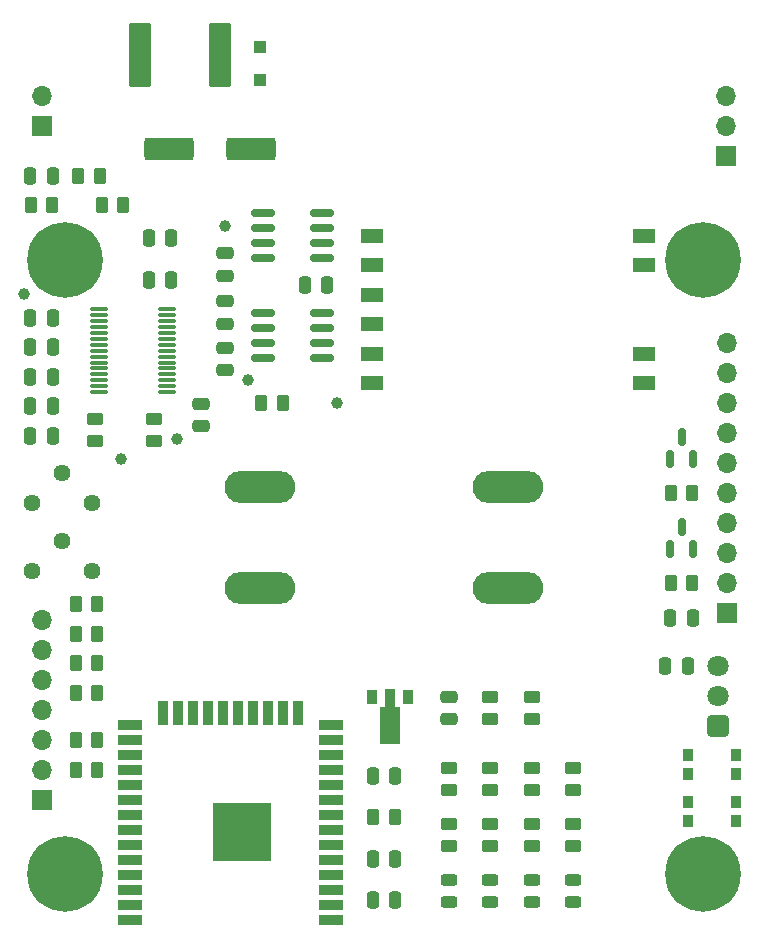
<source format=gbr>
%TF.GenerationSoftware,KiCad,Pcbnew,(6.0.0-0)*%
%TF.CreationDate,2022-04-04T00:03:28-05:00*%
%TF.ProjectId,SmartNeonPSU,536d6172-744e-4656-9f6e-5053552e6b69,rev?*%
%TF.SameCoordinates,Original*%
%TF.FileFunction,Soldermask,Top*%
%TF.FilePolarity,Negative*%
%FSLAX46Y46*%
G04 Gerber Fmt 4.6, Leading zero omitted, Abs format (unit mm)*
G04 Created by KiCad (PCBNEW (6.0.0-0)) date 2022-04-04 00:03:28*
%MOMM*%
%LPD*%
G01*
G04 APERTURE LIST*
G04 Aperture macros list*
%AMRoundRect*
0 Rectangle with rounded corners*
0 $1 Rounding radius*
0 $2 $3 $4 $5 $6 $7 $8 $9 X,Y pos of 4 corners*
0 Add a 4 corners polygon primitive as box body*
4,1,4,$2,$3,$4,$5,$6,$7,$8,$9,$2,$3,0*
0 Add four circle primitives for the rounded corners*
1,1,$1+$1,$2,$3*
1,1,$1+$1,$4,$5*
1,1,$1+$1,$6,$7*
1,1,$1+$1,$8,$9*
0 Add four rect primitives between the rounded corners*
20,1,$1+$1,$2,$3,$4,$5,0*
20,1,$1+$1,$4,$5,$6,$7,0*
20,1,$1+$1,$6,$7,$8,$9,0*
20,1,$1+$1,$8,$9,$2,$3,0*%
%AMFreePoly0*
4,1,9,3.862500,-0.866500,0.737500,-0.866500,0.737500,-0.450000,-0.737500,-0.450000,-0.737500,0.450000,0.737500,0.450000,0.737500,0.866500,3.862500,0.866500,3.862500,-0.866500,3.862500,-0.866500,$1*%
G04 Aperture macros list end*
%ADD10RoundRect,0.250000X-0.262500X-0.450000X0.262500X-0.450000X0.262500X0.450000X-0.262500X0.450000X0*%
%ADD11RoundRect,0.250000X-0.450000X0.262500X-0.450000X-0.262500X0.450000X-0.262500X0.450000X0.262500X0*%
%ADD12C,0.800000*%
%ADD13C,6.400000*%
%ADD14RoundRect,0.075000X-0.662500X-0.075000X0.662500X-0.075000X0.662500X0.075000X-0.662500X0.075000X0*%
%ADD15R,0.900000X1.000000*%
%ADD16RoundRect,0.250000X0.262500X0.450000X-0.262500X0.450000X-0.262500X-0.450000X0.262500X-0.450000X0*%
%ADD17RoundRect,0.150000X0.150000X-0.587500X0.150000X0.587500X-0.150000X0.587500X-0.150000X-0.587500X0*%
%ADD18R,0.900000X1.300000*%
%ADD19FreePoly0,270.000000*%
%ADD20RoundRect,0.250000X-0.475000X0.250000X-0.475000X-0.250000X0.475000X-0.250000X0.475000X0.250000X0*%
%ADD21RoundRect,0.250000X0.250000X0.475000X-0.250000X0.475000X-0.250000X-0.475000X0.250000X-0.475000X0*%
%ADD22O,6.000000X2.700000*%
%ADD23C,1.000000*%
%ADD24RoundRect,0.150000X-0.825000X-0.150000X0.825000X-0.150000X0.825000X0.150000X-0.825000X0.150000X0*%
%ADD25RoundRect,0.250200X0.649800X-0.649800X0.649800X0.649800X-0.649800X0.649800X-0.649800X-0.649800X0*%
%ADD26C,1.800000*%
%ADD27RoundRect,0.250000X-0.250000X-0.475000X0.250000X-0.475000X0.250000X0.475000X-0.250000X0.475000X0*%
%ADD28RoundRect,0.243750X0.456250X-0.243750X0.456250X0.243750X-0.456250X0.243750X-0.456250X-0.243750X0*%
%ADD29RoundRect,0.250000X0.450000X-0.262500X0.450000X0.262500X-0.450000X0.262500X-0.450000X-0.262500X0*%
%ADD30C,1.440000*%
%ADD31R,1.700000X1.700000*%
%ADD32O,1.700000X1.700000*%
%ADD33R,1.910000X1.270000*%
%ADD34RoundRect,0.250000X0.712500X2.475000X-0.712500X2.475000X-0.712500X-2.475000X0.712500X-2.475000X0*%
%ADD35RoundRect,0.250000X0.475000X-0.250000X0.475000X0.250000X-0.475000X0.250000X-0.475000X-0.250000X0*%
%ADD36R,2.000000X0.900000*%
%ADD37R,0.900000X2.000000*%
%ADD38R,5.000000X5.000000*%
%ADD39R,1.100000X1.100000*%
%ADD40RoundRect,0.250000X1.825000X0.700000X-1.825000X0.700000X-1.825000X-0.700000X1.825000X-0.700000X0*%
G04 APERTURE END LIST*
D10*
%TO.C,R23*%
X139587500Y-90450000D03*
X141412500Y-90450000D03*
%TD*%
D11*
%TO.C,R4*%
X159000000Y-115337500D03*
X159000000Y-117162500D03*
%TD*%
D12*
%TO.C,H4*%
X175302944Y-76602944D03*
X178697056Y-79997056D03*
X178697056Y-76602944D03*
X179400000Y-78300000D03*
X175302944Y-79997056D03*
X177000000Y-80700000D03*
X174600000Y-78300000D03*
X177000000Y-75900000D03*
D13*
X177000000Y-78300000D03*
%TD*%
D14*
%TO.C,U3*%
X125887500Y-82500000D03*
X125887500Y-83000000D03*
X125887500Y-83500000D03*
X125887500Y-84000000D03*
X125887500Y-84500000D03*
X125887500Y-85000000D03*
X125887500Y-85500000D03*
X125887500Y-86000000D03*
X125887500Y-86500000D03*
X125887500Y-87000000D03*
X125887500Y-87500000D03*
X125887500Y-88000000D03*
X125887500Y-88500000D03*
X125887500Y-89000000D03*
X125887500Y-89500000D03*
X131612500Y-89500000D03*
X131612500Y-89000000D03*
X131612500Y-88500000D03*
X131612500Y-88000000D03*
X131612500Y-87500000D03*
X131612500Y-87000000D03*
X131612500Y-86500000D03*
X131612500Y-86000000D03*
X131612500Y-85500000D03*
X131612500Y-85000000D03*
X131612500Y-84500000D03*
X131612500Y-84000000D03*
X131612500Y-83500000D03*
X131612500Y-83000000D03*
X131612500Y-82500000D03*
%TD*%
D10*
%TO.C,R8*%
X123897500Y-107450000D03*
X125722500Y-107450000D03*
%TD*%
D15*
%TO.C,SW2*%
X175700000Y-124200000D03*
X179800000Y-124200000D03*
X179800000Y-125800000D03*
X175700000Y-125800000D03*
%TD*%
D12*
%TO.C,H3*%
X178697056Y-128602944D03*
X175302944Y-128602944D03*
X177000000Y-127900000D03*
X174600000Y-130300000D03*
X175302944Y-131997056D03*
D13*
X177000000Y-130300000D03*
D12*
X178697056Y-131997056D03*
X177000000Y-132700000D03*
X179400000Y-130300000D03*
%TD*%
D16*
%TO.C,R7*%
X125722500Y-121460000D03*
X123897500Y-121460000D03*
%TD*%
D11*
%TO.C,R14*%
X159000000Y-126087500D03*
X159000000Y-127912500D03*
%TD*%
D17*
%TO.C,Q2*%
X174240000Y-95167500D03*
X176140000Y-95167500D03*
X175190000Y-93292500D03*
%TD*%
D18*
%TO.C,U2*%
X152000000Y-115350000D03*
D19*
X150500000Y-115437500D03*
D18*
X149000000Y-115350000D03*
%TD*%
D20*
%TO.C,C4*%
X155500000Y-115300000D03*
X155500000Y-117200000D03*
%TD*%
D11*
%TO.C,R2*%
X155500000Y-121337500D03*
X155500000Y-123162500D03*
%TD*%
D16*
%TO.C,R1*%
X125722500Y-109950000D03*
X123897500Y-109950000D03*
%TD*%
D21*
%TO.C,C3*%
X121950000Y-88200000D03*
X120050000Y-88200000D03*
%TD*%
D22*
%TO.C,J5*%
X160500000Y-97550000D03*
X160500000Y-106050000D03*
%TD*%
D23*
%TO.C,TP6*%
X138500000Y-88450000D03*
%TD*%
D24*
%TO.C,Q4*%
X139775000Y-82795000D03*
X139775000Y-84065000D03*
X139775000Y-85335000D03*
X139775000Y-86605000D03*
X144725000Y-86605000D03*
X144725000Y-85335000D03*
X144725000Y-84065000D03*
X144725000Y-82795000D03*
%TD*%
D25*
%TO.C,U1*%
X178225000Y-117740000D03*
D26*
X178225000Y-115200000D03*
X178225000Y-112660000D03*
%TD*%
D27*
%TO.C,C8*%
X120050000Y-93200000D03*
X121950000Y-93200000D03*
%TD*%
D10*
%TO.C,R19*%
X174277500Y-105660000D03*
X176102500Y-105660000D03*
%TD*%
%TO.C,R6*%
X123897500Y-112450000D03*
X125722500Y-112450000D03*
%TD*%
D11*
%TO.C,R24*%
X130486222Y-91787500D03*
X130486222Y-93612500D03*
%TD*%
D28*
%TO.C,D3*%
X162500000Y-132682725D03*
X162500000Y-130807725D03*
%TD*%
D23*
%TO.C,TP5*%
X136500000Y-75450000D03*
%TD*%
D21*
%TO.C,C11*%
X131950000Y-76450000D03*
X130050000Y-76450000D03*
%TD*%
D29*
%TO.C,R3*%
X162500000Y-123162500D03*
X162500000Y-121337500D03*
%TD*%
D11*
%TO.C,R17*%
X155500000Y-126087500D03*
X155500000Y-127912500D03*
%TD*%
D27*
%TO.C,C7*%
X120050000Y-85700000D03*
X121950000Y-85700000D03*
%TD*%
%TO.C,C14*%
X120050000Y-71200000D03*
X121950000Y-71200000D03*
%TD*%
D11*
%TO.C,R25*%
X125500000Y-91787500D03*
X125500000Y-93612500D03*
%TD*%
D29*
%TO.C,R20*%
X166000000Y-123162500D03*
X166000000Y-121337500D03*
%TD*%
D30*
%TO.C,RV2*%
X120225000Y-104675000D03*
X122765000Y-102135000D03*
X125305000Y-104675000D03*
%TD*%
D16*
%TO.C,R16*%
X121912500Y-73700000D03*
X120087500Y-73700000D03*
%TD*%
D20*
%TO.C,C12*%
X136500000Y-81800000D03*
X136500000Y-83700000D03*
%TD*%
D27*
%TO.C,C10*%
X149050000Y-122000000D03*
X150950000Y-122000000D03*
%TD*%
D28*
%TO.C,D2*%
X166000000Y-132687500D03*
X166000000Y-130812500D03*
%TD*%
D16*
%TO.C,R13*%
X127912500Y-73700000D03*
X126087500Y-73700000D03*
%TD*%
D21*
%TO.C,C20*%
X145200000Y-80450000D03*
X143300000Y-80450000D03*
%TD*%
D23*
%TO.C,TP1*%
X127750000Y-95200000D03*
%TD*%
D22*
%TO.C,J6*%
X139500000Y-106050000D03*
X139500000Y-97550000D03*
%TD*%
D12*
%TO.C,H2*%
X121302944Y-131997056D03*
X124697056Y-128602944D03*
X123000000Y-127900000D03*
X125400000Y-130300000D03*
X123000000Y-132700000D03*
X120600000Y-130300000D03*
X121302944Y-128602944D03*
D13*
X123000000Y-130300000D03*
D12*
X124697056Y-131997056D03*
%TD*%
D31*
%TO.C,J3*%
X121000000Y-124000000D03*
D32*
X121000000Y-121460000D03*
X121000000Y-118920000D03*
X121000000Y-116380000D03*
X121000000Y-113840000D03*
X121000000Y-111300000D03*
X121000000Y-108760000D03*
%TD*%
D11*
%TO.C,R10*%
X162500000Y-115337500D03*
X162500000Y-117162500D03*
%TD*%
D16*
%TO.C,R12*%
X125912500Y-71200000D03*
X124087500Y-71200000D03*
%TD*%
D27*
%TO.C,C18*%
X149050000Y-132500000D03*
X150950000Y-132500000D03*
%TD*%
D10*
%TO.C,R18*%
X174277500Y-98040000D03*
X176102500Y-98040000D03*
%TD*%
%TO.C,R15*%
X149087500Y-125500000D03*
X150912500Y-125500000D03*
%TD*%
D28*
%TO.C,D4*%
X155500000Y-132681414D03*
X155500000Y-130806414D03*
%TD*%
D27*
%TO.C,C9*%
X120050000Y-90700000D03*
X121950000Y-90700000D03*
%TD*%
D31*
%TO.C,J1*%
X121000000Y-67000000D03*
D32*
X121000000Y-64460000D03*
%TD*%
D33*
%TO.C,TR1*%
X149000000Y-76250000D03*
X149000000Y-78750000D03*
X149000000Y-81250000D03*
X149000000Y-83750000D03*
X149000000Y-86250000D03*
X149000000Y-88750000D03*
X172000000Y-88750000D03*
X172000000Y-86250000D03*
X172000000Y-78750000D03*
X172000000Y-76250000D03*
%TD*%
D27*
%TO.C,C13*%
X130050000Y-79988216D03*
X131950000Y-79988216D03*
%TD*%
D21*
%TO.C,C6*%
X121950000Y-83200000D03*
X120050000Y-83200000D03*
%TD*%
D28*
%TO.C,D5*%
X159000000Y-132685346D03*
X159000000Y-130810346D03*
%TD*%
D27*
%TO.C,C5*%
X173785000Y-112660000D03*
X175685000Y-112660000D03*
%TD*%
D34*
%TO.C,F1*%
X136137500Y-60950000D03*
X129362500Y-60950000D03*
%TD*%
D23*
%TO.C,TP2*%
X132500000Y-93450000D03*
%TD*%
D35*
%TO.C,C22*%
X134500000Y-92400000D03*
X134500000Y-90500000D03*
%TD*%
D16*
%TO.C,R11*%
X125722500Y-114979974D03*
X123897500Y-114979974D03*
%TD*%
D11*
%TO.C,R22*%
X166000000Y-126087500D03*
X166000000Y-127912500D03*
%TD*%
D23*
%TO.C,TP3*%
X119506652Y-81152934D03*
%TD*%
D12*
%TO.C,H1*%
X121302944Y-79997056D03*
X123000000Y-75900000D03*
X124697056Y-79997056D03*
X125400000Y-78300000D03*
X120600000Y-78300000D03*
X124697056Y-76602944D03*
X121302944Y-76602944D03*
X123000000Y-80700000D03*
D13*
X123000000Y-78300000D03*
%TD*%
D11*
%TO.C,R21*%
X162500000Y-126087500D03*
X162500000Y-127912500D03*
%TD*%
D36*
%TO.C,U4*%
X145500000Y-134205000D03*
X145500000Y-132935000D03*
X145500000Y-131665000D03*
X145500000Y-130395000D03*
X145500000Y-129125000D03*
X145500000Y-127855000D03*
X145500000Y-126585000D03*
X145500000Y-125315000D03*
X145500000Y-124045000D03*
X145500000Y-122775000D03*
X145500000Y-121505000D03*
X145500000Y-120235000D03*
X145500000Y-118965000D03*
X145500000Y-117695000D03*
D37*
X142715000Y-116695000D03*
X141445000Y-116695000D03*
X140175000Y-116695000D03*
X138905000Y-116695000D03*
X137635000Y-116695000D03*
X136365000Y-116695000D03*
X135095000Y-116695000D03*
X133825000Y-116695000D03*
X132555000Y-116695000D03*
X131285000Y-116695000D03*
D36*
X128500000Y-117695000D03*
X128500000Y-118965000D03*
X128500000Y-120235000D03*
X128500000Y-121505000D03*
X128500000Y-122775000D03*
X128500000Y-124045000D03*
X128500000Y-125315000D03*
X128500000Y-126585000D03*
X128500000Y-127855000D03*
X128500000Y-129125000D03*
X128500000Y-130395000D03*
X128500000Y-131665000D03*
X128500000Y-132935000D03*
X128500000Y-134205000D03*
D38*
X138000000Y-126705000D03*
%TD*%
D21*
%TO.C,C17*%
X176140000Y-108650000D03*
X174240000Y-108650000D03*
%TD*%
D23*
%TO.C,TP4*%
X146000000Y-90450000D03*
%TD*%
D30*
%TO.C,RV1*%
X120225000Y-98925000D03*
X122765000Y-96385000D03*
X125305000Y-98925000D03*
%TD*%
D17*
%TO.C,Q1*%
X174240000Y-102787500D03*
X176140000Y-102787500D03*
X175190000Y-100912500D03*
%TD*%
D15*
%TO.C,SW1*%
X179800000Y-120200000D03*
X175700000Y-120200000D03*
X179800000Y-121800000D03*
X175700000Y-121800000D03*
%TD*%
D20*
%TO.C,C15*%
X136500000Y-77750000D03*
X136500000Y-79650000D03*
%TD*%
D27*
%TO.C,C19*%
X149050000Y-129000000D03*
X150950000Y-129000000D03*
%TD*%
D20*
%TO.C,C16*%
X136500000Y-85750000D03*
X136500000Y-87650000D03*
%TD*%
D16*
%TO.C,R9*%
X125722500Y-118920000D03*
X123897500Y-118920000D03*
%TD*%
D31*
%TO.C,J4*%
X178975000Y-69475000D03*
D32*
X178975000Y-66935000D03*
X178975000Y-64395000D03*
%TD*%
D29*
%TO.C,R5*%
X159000000Y-123162500D03*
X159000000Y-121337500D03*
%TD*%
D24*
%TO.C,Q3*%
X139775000Y-74295000D03*
X139775000Y-75565000D03*
X139775000Y-76835000D03*
X139775000Y-78105000D03*
X144725000Y-78105000D03*
X144725000Y-76835000D03*
X144725000Y-75565000D03*
X144725000Y-74295000D03*
%TD*%
D39*
%TO.C,D1*%
X139500000Y-63100000D03*
X139500000Y-60300000D03*
%TD*%
D40*
%TO.C,C1*%
X138725000Y-68950000D03*
X131775000Y-68950000D03*
%TD*%
D31*
%TO.C,J2*%
X179000000Y-108200000D03*
D32*
X179000000Y-105660000D03*
X179000000Y-103120000D03*
X179000000Y-100580000D03*
X179000000Y-98040000D03*
X179000000Y-95500000D03*
X179000000Y-92960000D03*
X179000000Y-90420000D03*
X179000000Y-87880000D03*
X179000000Y-85340000D03*
%TD*%
M02*

</source>
